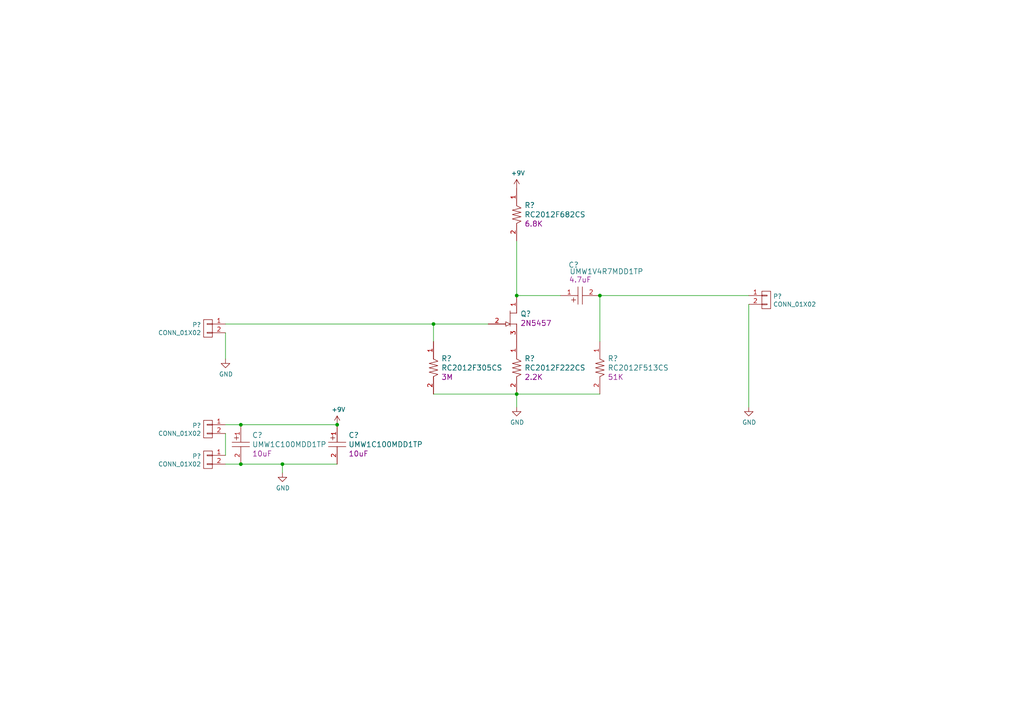
<source format=kicad_sch>
(kicad_sch (version 20230121) (generator eeschema)
  (paper "A4")
  (title_block (title "DT JFET Pre") (date "9/13/2016") (rev "0.1a") (company "GhostPCB") (comment 1 "Drawn By: Adam Vadala-Roth"))
  (lib_symbols
    (symbol "DT-JFET-Pre-rescue:+9V" (power) (pin_names (offset 0))
      (property "Value" "+9V" (at 0 3.556 0))
      (symbol "+9V_0_1"
        (polyline (pts (xy -0.762 1.27) (xy 0 2.54)))
        (polyline (pts (xy 0 0) (xy 0 2.54)))
        (polyline (pts (xy 0 2.54) (xy 0.762 1.27)))
      )
      (symbol "+9V_1_1"
        (pin power_in line (at 0 0 90) (length 0) hide (name "+9V") (number "1"))
      )
    )
    (symbol "DT-JFET-Pre-rescue:2N5457" (pin_names (offset 1.016))
      (property "Reference" "Q" (at 2.54 7.62 0))
      (property "Componen-Value" "2N5457" (at 5.08 5.715 0))
      (symbol "2N5457_0_1"
        (polyline (pts (xy -1.905 0) (xy 0 0)))
        (polyline (pts (xy -1.905 3.81) (xy -1.905 -0.635)))
        (polyline (pts (xy 0 3.175) (xy -1.905 3.175)))
        (polyline (pts (xy -3.175 0.635) (xy -3.175 -0.635) (xy -1.905 0) (xy -3.175 0.635)))
      )
      (symbol "2N5457_1_1"
        (pin input line (at 0 8.255 270) (length 5.08) (name "~") (number "1"))
        (pin input line (at -8.255 0 0) (length 5.08) (name "~") (number "2"))
        (pin input line (at 0 -5.08 90) (length 5.08) (name "~") (number "3"))
      )
    )
    (symbol "DT-JFET-Pre-rescue:CONN_01X02" (pin_names (offset 1.016) hide)
      (property "Reference" "P" (at 0 3.81 0))
      (property "Value" "CONN_01X02" (at 2.54 0 90))
      (symbol "CONN_01X02_0_1"
        (rectangle (start -1.27 -1.143) (end 0.254 -1.397))
        (rectangle (start -1.27 1.397) (end 0.254 1.143))
        (rectangle (start -1.27 2.54) (end 1.27 -2.54))
      )
      (symbol "CONN_01X02_1_1"
        (pin passive line (at -5.08 1.27 0) (length 3.81) (name "P1") (number "1"))
        (pin passive line (at -5.08 -1.27 0) (length 3.81) (name "P2") (number "2"))
      )
    )
    (symbol "DT-JFET-Pre-rescue:GND" (power) (pin_names (offset 0))
      (property "Value" "GND" (at 0 -3.81 0))
      (symbol "GND_0_1"
        (polyline (pts (xy 0 0) (xy 0 -1.27) (xy 1.27 -1.27) (xy 0 -2.54) (xy -1.27 -1.27) (xy 0 -1.27)))
      )
      (symbol "GND_1_1"
        (pin power_in line (at 0 0 270) (length 0) hide (name "GND") (number "1"))
      )
    )
    (symbol "DT-JFET-Pre-rescue:RC2012F222CS" (pin_names (offset 1.016))
      (property "Reference" "R" (at -7.62 8.89 0))
      (property "Value" "RC2012F222CS" (at 0 -2.54 0))
      (property "Component-Value" "2.2K" (at -6.985 -6.35 0))
      (symbol "RC2012F222CS_0_1"
        (polyline (pts (xy -2.54 0) (xy -1.905 1.27) (xy -1.27 -1.27) (xy -0.635 1.27) (xy 0 -1.27) (xy 0.635 1.27) (xy 1.27 -1.27) (xy 1.905 1.27) (xy 2.54 0)))
      )
      (symbol "RC2012F222CS_1_1"
        (pin input line (at -7.62 0 0) (length 5.08) (name "~") (number "1"))
        (pin input line (at 7.62 0 180) (length 5.08) (name "~") (number "2"))
      )
    )
    (symbol "DT-JFET-Pre-rescue:RC2012F305CS" (pin_names (offset 1.016))
      (property "Reference" "R" (at -7.62 8.89 0))
      (property "Value" "RC2012F305CS" (at 0 -2.54 0))
      (property "Component-Value" "3M" (at -6.985 -6.35 0))
      (symbol "RC2012F305CS_0_1"
        (polyline (pts (xy -2.54 0) (xy -1.905 1.27) (xy -1.27 -1.27) (xy -0.635 1.27) (xy 0 -1.27) (xy 0.635 1.27) (xy 1.27 -1.27) (xy 1.905 1.27) (xy 2.54 0)))
      )
      (symbol "RC2012F305CS_1_1"
        (pin input line (at -7.62 0 0) (length 5.08) (name "~") (number "1"))
        (pin input line (at 7.62 0 180) (length 5.08) (name "~") (number "2"))
      )
    )
    (symbol "DT-JFET-Pre-rescue:RC2012F513CS" (pin_names (offset 1.016))
      (property "Reference" "R" (at -7.62 8.89 0))
      (property "Value" "RC2012F513CS" (at 0 -2.54 0))
      (property "Component-Value" "51K" (at -6.985 -6.35 0))
      (symbol "RC2012F513CS_0_1"
        (polyline (pts (xy -2.54 0) (xy -1.905 1.27) (xy -1.27 -1.27) (xy -0.635 1.27) (xy 0 -1.27) (xy 0.635 1.27) (xy 1.27 -1.27) (xy 1.905 1.27) (xy 2.54 0)))
      )
      (symbol "RC2012F513CS_1_1"
        (pin input line (at -7.62 0 0) (length 5.08) (name "~") (number "1"))
        (pin input line (at 7.62 0 180) (length 5.08) (name "~") (number "2"))
      )
    )
    (symbol "DT-JFET-Pre-rescue:RC2012F682CS" (pin_names (offset 1.016))
      (property "Reference" "R" (at -7.62 8.89 0))
      (property "Value" "RC2012F682CS" (at 0 -2.54 0))
      (property "Component-Value" "6.8K" (at -6.985 -6.35 0))
      (symbol "RC2012F682CS_0_1"
        (polyline (pts (xy -2.54 0) (xy -1.905 1.27) (xy -1.27 -1.27) (xy -0.635 1.27) (xy 0 -1.27) (xy 0.635 1.27) (xy 1.27 -1.27) (xy 1.905 1.27) (xy 2.54 0)))
      )
      (symbol "RC2012F682CS_1_1"
        (pin input line (at -7.62 0 0) (length 5.08) (name "~") (number "1"))
        (pin input line (at 7.62 0 180) (length 5.08) (name "~") (number "2"))
      )
    )
    (symbol "DT-JFET-Pre-rescue:UMW1C100MDD1TP" (pin_names (offset 1.016))
      (property "Reference" "C" (at -17.145 -1.27 0))
      (property "Value" "UMW1C100MDD1TP" (at -7.62 -3.81 0))
      (property "Componen-Value" "10uF" (at -16.51 -6.35 0))
      (symbol "UMW1C100MDD1TP_0_1"
        (polyline (pts (xy -2.54 -1.27) (xy -1.27 -1.27)))
        (polyline (pts (xy -1.905 -0.635) (xy -1.905 -1.905)))
        (polyline (pts (xy -0.635 2.54) (xy -0.635 -2.54)))
        (polyline (pts (xy 0.635 2.54) (xy 0.635 -2.54)))
      )
      (symbol "UMW1C100MDD1TP_1_1"
        (pin input line (at -5.715 0 0) (length 5.08) (name "~") (number "1"))
        (pin input line (at 5.715 0 180) (length 5.08) (name "~") (number "2"))
      )
    )
    (symbol "DT-JFET-Pre-rescue:UMW1V4R7MDD1TP" (pin_names (offset 1.016))
      (property "Reference" "C" (at -17.145 -1.27 0))
      (property "Value" "UMW1V4R7MDD1TP" (at -7.62 -3.81 0))
      (property "Componen-Value" "4.7uF" (at -16.51 -6.35 0))
      (symbol "UMW1V4R7MDD1TP_0_1"
        (polyline (pts (xy -2.54 -1.27) (xy -1.27 -1.27)))
        (polyline (pts (xy -1.905 -0.635) (xy -1.905 -1.905)))
        (polyline (pts (xy -0.635 2.54) (xy -0.635 -2.54)))
        (polyline (pts (xy 0.635 2.54) (xy 0.635 -2.54)))
      )
      (symbol "UMW1V4R7MDD1TP_1_1"
        (pin input line (at -5.715 0 0) (length 5.08) (name "~") (number "1"))
        (pin input line (at 5.715 0 180) (length 5.08) (name "~") (number "2"))
      )
    )
  )
  (junction (at 149.86 85.725))
  (junction (at 173.99 85.725))
  (junction (at 97.79 123.19))
  (junction (at 149.86 114.3))
  (junction (at 81.915 134.62))
  (junction (at 125.73 93.98))
  (junction (at 69.85 123.19))
  (junction (at 69.85 134.62))
  (wire (pts (xy 125.73 114.3) (xy 149.86 114.3)))
  (wire (pts (xy 81.915 134.62) (xy 97.79 134.62)))
  (wire (pts (xy 149.86 114.3) (xy 173.99 114.3)))
  (wire (pts (xy 65.405 123.19) (xy 69.85 123.19)))
  (wire (pts (xy 69.85 134.62) (xy 81.915 134.62)))
  (wire (pts (xy 65.405 96.52) (xy 65.405 104.14)))
  (wire (pts (xy 173.99 85.725) (xy 173.99 99.06)))
  (wire (pts (xy 149.86 69.85) (xy 149.86 85.725)))
  (wire (pts (xy 173.99 85.725) (xy 217.17 85.725)))
  (wire (pts (xy 149.86 118.11) (xy 149.86 114.3)))
  (wire (pts (xy 65.405 125.73) (xy 65.405 132.08)))
  (wire (pts (xy 125.73 99.06) (xy 125.73 93.98)))
  (wire (pts (xy 65.405 93.98) (xy 125.73 93.98)))
  (wire (pts (xy 65.405 134.62) (xy 69.85 134.62)))
  (wire (pts (xy 149.86 85.725) (xy 162.56 85.725)))
  (wire (pts (xy 69.85 123.19) (xy 97.79 123.19)))
  (wire (pts (xy 81.915 137.16) (xy 81.915 134.62)))
  (wire (pts (xy 217.17 118.11) (xy 217.17 88.265)))
  (wire (pts (xy 125.73 93.98) (xy 141.605 93.98)))
  (symbol (lib_id "DT-JFET-Pre-rescue:RC2012F222CS") (at 149.86 106.68 270) (unit 1)
    (property "Reference" "R?" (at 152.0952 103.9876 90) (effects (font (size 1.524 1.524)) (justify left)))
    (property "Value" "RC2012F222CS" (at 152.0952 106.68 90) (effects (font (size 1.524 1.524)) (justify left)))
    (property "Footprint" "AudioLibFootprints:R0805" (effects hide))
    (property "Datasheet" "https://media.digikey.com/pdf/Data%20Sheets/Samsung%20PDFs/RC_Series_ds.pdf" (effects hide))
    (property "Cost" "0.00266 @ 5000" (effects hide))
    (property "Date Created" "13 Sept 2016" (effects hide))
    (property "Date Modified" "13 Sept 2016" (effects hide))
    (property "Designer" "Adam Vadala-Roth" (effects hide))
    (property "Height" "0.55mm" (effects hide))
    (property "RHoS?" "Yes" (effects hide))
    (property "MFR" "Samsung Electro-Mechanics America, Inc." (effects hide))
    (property "MFR#" "RC2012F222CS" (effects hide))
    (property "Mounting" "SMT/SMD" (effects hide))
    (property "Pin Count#" "2" (effects hide))
    (property "Status" "Active" (effects hide))
    (property "Tolerance" "1%" (effects hide))
    (property "Type" "0805 Resistor" (effects hide))
    (property "Voltage" "N/A" (effects hide))
    (property "Wattage" "1/8" (effects hide))
    (property "Component-Value" "2.2K" (at 152.0952 109.3724 90) (effects (font (size 1.524 1.524)) (justify left)))
    (property "Description" "RES SMD 2.2K OHM 1% 1/8W 0805" (effects hide))
  )
  (symbol (lib_id "DT-JFET-Pre-rescue:2N5457") (at 149.86 93.98 0) (unit 1)
    (property "Reference" "Q?" (at 150.9014 91.0336 0) (effects (font (size 1.524 1.524)) (justify left)))
    (property "Value" "2N5457" (effects hide))
    (property "Footprint" "AudioLibFootprints:2N5457" (effects hide))
    (property "Datasheet" "https://www.centralsemi.com/get_document.php?cmp=1&mergetype=pd&mergepath=pd&pdf_id=2N5457-5459.PDF" (effects hide))
    (property "Cost" "1.05300 @ 1000" (effects hide))
    (property "Date Created" "13 Sept 2016" (effects hide))
    (property "Date Modifed" "13 Sept 2016" (effects hide))
    (property "Designer" "Adam Vadala-Roth" (effects hide))
    (property "Height" "6mm" (effects hide))
    (property "RHoS?" "Yes" (effects hide))
    (property "MFR" "Central Semiconductor Corp" (effects hide))
    (property "MFR#" "2N5457" (effects hide))
    (property "Mounting" "Through Hole" (effects hide))
    (property "Pin Count#" "3" (effects hide))
    (property "Status" "Active" (effects hide))
    (property "Tolerance" "N/A" (effects hide))
    (property "Type" "JFET" (effects hide))
    (property "Voltage" "25V" (effects hide))
    (property "Wattage" "N/A" (effects hide))
    (property "Componen-Value" "2N5457" (at 150.9014 93.726 0) (effects (font (size 1.524 1.524)) (justify left)))
    (property "Description" "JFET N-Channel 25V 1mA @ 15V 310mW Through Hole TO-92" (effects hide))
  )
  (symbol (lib_id "DT-JFET-Pre-rescue:RC2012F305CS") (at 125.73 106.68 270) (unit 1)
    (property "Reference" "R?" (at 127.9652 103.9876 90) (effects (font (size 1.524 1.524)) (justify left)))
    (property "Value" "RC2012F305CS" (at 127.9652 106.68 90) (effects (font (size 1.524 1.524)) (justify left)))
    (property "Footprint" "AudioLibFootprints:R0805" (effects hide))
    (property "Datasheet" "https://media.digikey.com/pdf/Data%20Sheets/Samsung%20PDFs/RC_Series_ds.pdf" (effects hide))
    (property "Cost" "0.00266 @ 5000" (effects hide))
    (property "Date Created" "13 Sept 2016" (effects hide))
    (property "Date Modified" "13 Sept 2016" (effects hide))
    (property "Designer" "Adam Vadala-Roth" (effects hide))
    (property "Height" "0.55mm" (effects hide))
    (property "RHoS?" "Yes" (effects hide))
    (property "MFR" "Samsung Electro-Mechanics America, Inc." (effects hide))
    (property "MFR#" "RC2012F305CS" (effects hide))
    (property "Mounting" "SMT/SMD" (effects hide))
    (property "Pin Count#" "2" (effects hide))
    (property "Status" "Active" (effects hide))
    (property "Tolerance" "1%" (effects hide))
    (property "Type" "0805 Resistor" (effects hide))
    (property "Voltage" "N/A" (effects hide))
    (property "Wattage" "1/8" (effects hide))
    (property "Component-Value" "3M" (at 127.9652 109.3724 90) (effects (font (size 1.524 1.524)) (justify left)))
    (property "Description" "RES SMD 3M OHM 1% 1/8W 0805" (effects hide))
  )
  (symbol (lib_id "DT-JFET-Pre-rescue:RC2012F513CS") (at 173.99 106.68 270) (unit 1)
    (property "Reference" "R?" (at 176.2252 103.9876 90) (effects (font (size 1.524 1.524)) (justify left)))
    (property "Value" "RC2012F513CS" (at 176.2252 106.68 90) (effects (font (size 1.524 1.524)) (justify left)))
    (property "Footprint" "AudioLibFootprints:R0805" (effects hide))
    (property "Datasheet" "https://media.digikey.com/pdf/Data%20Sheets/Samsung%20PDFs/RC_Series_ds.pdf" (effects hide))
    (property "Cost" "0.00266 @ 5000" (effects hide))
    (property "Date Created" "13 Sept 2016" (effects hide))
    (property "Date Modified" "13 Sept 2016" (effects hide))
    (property "Designer" "Adam Vadala-Roth" (effects hide))
    (property "Height" "0.55mm" (effects hide))
    (property "RHoS?" "Yes" (effects hide))
    (property "MFR" "Samsung Electro-Mechanics America, Inc." (effects hide))
    (property "MFR#" "RC2012F513CS" (effects hide))
    (property "Mounting" "SMT/SMD" (effects hide))
    (property "Pin Count#" "2" (effects hide))
    (property "Status" "Active" (effects hide))
    (property "Tolerance" "1%" (effects hide))
    (property "Type" "0805 Resistor" (effects hide))
    (property "Voltage" "N/A" (effects hide))
    (property "Wattage" "1/8" (effects hide))
    (property "Component-Value" "51K" (at 176.2252 109.3724 90) (effects (font (size 1.524 1.524)) (justify left)))
    (property "Description" "RES SMD 51K OHM 1% 1/8W 0805" (effects hide))
  )
  (symbol (lib_id "DT-JFET-Pre-rescue:RC2012F682CS") (at 149.86 62.23 270) (unit 1)
    (property "Reference" "R?" (at 152.0952 59.5376 90) (effects (font (size 1.524 1.524)) (justify left)))
    (property "Value" "RC2012F682CS" (at 152.0952 62.23 90) (effects (font (size 1.524 1.524)) (justify left)))
    (property "Footprint" "AudioLibFootprints:R0805" (effects hide))
    (property "Datasheet" "https://media.digikey.com/pdf/Data%20Sheets/Samsung%20PDFs/RC_Series_ds.pdf" (effects hide))
    (property "Cost" "0.00209 @ 5000" (effects hide))
    (property "Date Created" "13 Sept 2016" (effects hide))
    (property "Date Modified" "13 Sept 2016" (effects hide))
    (property "Designer" "Adam Vadala-Roth" (effects hide))
    (property "Height" "0.55mm" (effects hide))
    (property "RHoS?" "Yes" (effects hide))
    (property "MFR" "Samsung Electro-Mechanics America, Inc." (effects hide))
    (property "MFR#" "RC2012F682CS" (effects hide))
    (property "Mounting" "SMT/SMD" (effects hide))
    (property "Pin Count#" "2" (effects hide))
    (property "Status" "Active" (effects hide))
    (property "Tolerance" "1%" (effects hide))
    (property "Type" "0805 Resistor" (effects hide))
    (property "Voltage" "N/A" (effects hide))
    (property "Wattage" "1/8" (effects hide))
    (property "Component-Value" "6.8K" (at 152.0952 64.9224 90) (effects (font (size 1.524 1.524)) (justify left)))
    (property "Description" "RES SMD 6.8K OHM 1% 1/8W 0805" (effects hide))
  )
  (symbol (lib_id "DT-JFET-Pre-rescue:UMW1C100MDD1TP") (at 69.85 128.905 270) (unit 1)
    (property "Reference" "C?" (at 73.1012 126.2126 90) (effects (font (size 1.524 1.524)) (justify left)))
    (property "Value" "UMW1C100MDD1TP" (at 73.1012 128.905 90) (effects (font (size 1.524 1.524)) (justify left)))
    (property "Footprint" "AudioLibFootprints:UMW1V4R7MDD1TP" (effects hide))
    (property "Datasheet" "http://nichicon-us.com/english/products/pdfs/e-umw.pdf" (effects hide))
    (property "Cost" "0.06901 @ 4000" (effects hide))
    (property "Date Created" "13 Sept 2016" (effects hide))
    (property "Date Modifed" "13 Sept 2016" (effects hide))
    (property "Designer" "Adam Vadala-Roth" (effects hide))
    (property "Height" "6mm" (effects hide))
    (property "RHoS?" "Yes" (effects hide))
    (property "MFR" "Nichicon" (effects hide))
    (property "MFR#" "UMW1C100MDD1TP" (effects hide))
    (property "Mounting" "SMT/SMD" (effects hide))
    (property "Pin Count#" "2" (effects hide))
    (property "Status" "Active" (effects hide))
    (property "Tolerance" "20%" (effects hide))
    (property "Type" "Audio Capacitor" (effects hide))
    (property "Voltage" "16V" (effects hide))
    (property "Wattage" "N/A" (effects hide))
    (property "Componen-Value" "10uF" (at 73.1012 131.5974 90) (effects (font (size 1.524 1.524)) (justify left)))
    (property "Description" "10µF 16V Aluminum Capacitors Radial, Can 1000 Hrs @ 85°C" (effects hide))
  )
  (symbol (lib_id "DT-JFET-Pre-rescue:UMW1V4R7MDD1TP") (at 168.275 85.725 0) (unit 1)
    (property "Reference" "C?" (at 166.37 76.835 0) (effects (font (size 1.524 1.524))))
    (property "Value" "UMW1V4R7MDD1TP" (at 175.895 78.74 0) (effects (font (size 1.524 1.524))))
    (property "Footprint" "AudioLibFootprints:UMW1V4R7MDD1TP" (effects hide))
    (property "Datasheet" "http://nichicon-us.com/english/products/pdfs/e-umw.pdf" (effects hide))
    (property "Cost" "0.06901 @ 4000" (effects hide))
    (property "Date Created" "13 Sept 2016" (effects hide))
    (property "Date Modifed" "13 Sept 2016" (effects hide))
    (property "Designer" "Adam Vadala-Roth" (effects hide))
    (property "Height" "6mm" (effects hide))
    (property "RHoS?" "Yes" (effects hide))
    (property "MFR" "Nichicon" (effects hide))
    (property "MFR#" "UMW1V4R7MDD1TP" (effects hide))
    (property "Mounting" "SMT/SMD" (effects hide))
    (property "Pin Count#" "2" (effects hide))
    (property "Status" "Active" (effects hide))
    (property "Tolerance" "20%" (effects hide))
    (property "Type" "Audio Capacitor" (effects hide))
    (property "Voltage" "16V" (effects hide))
    (property "Wattage" "N/A" (effects hide))
    (property "Componen-Value" "4.7uF" (at 168.275 81.1276 0) (effects (font (size 1.524 1.524))))
    (property "Description" "4.7µF 35V Aluminum Capacitors Radial, Can 1000 Hrs @ 85°C" (effects hide))
  )
  (symbol (lib_id "DT-JFET-Pre-rescue:CONN_01X02") (at 222.25 86.995 0) (unit 1)
    (property "Reference" "P?" (at 224.2312 85.9536 0) (effects (justify left)))
    (property "Value" "CONN_01X02" (at 224.2312 88.265 0) (effects (justify left)))
  )
  (symbol (lib_id "DT-JFET-Pre-rescue:+9V") (at 149.86 54.61 0) (unit 1)
    (property "Reference" "#PWR?" (effects hide))
    (property "Value" "+9V" (at 150.241 50.2158 0))
  )
  (symbol (lib_id "DT-JFET-Pre-rescue:GND") (at 149.86 118.11 0) (unit 1)
    (property "Reference" "#PWR?" (effects hide))
    (property "Value" "GND" (at 149.987 122.5042 0))
  )
  (symbol (lib_id "DT-JFET-Pre-rescue:GND") (at 217.17 118.11 0) (unit 1)
    (property "Reference" "#PWR?" (effects hide))
    (property "Value" "GND" (at 217.297 122.5042 0))
  )
  (symbol (lib_id "DT-JFET-Pre-rescue:CONN_01X02") (at 60.325 95.25 0) (mirror y) (unit 1)
    (property "Reference" "P?" (at 58.3438 94.2086 0) (effects (justify left)))
    (property "Value" "CONN_01X02" (at 58.3438 96.52 0) (effects (justify left)))
  )
  (symbol (lib_id "DT-JFET-Pre-rescue:CONN_01X02") (at 60.325 124.46 0) (mirror y) (unit 1)
    (property "Reference" "P?" (at 58.3438 123.4186 0) (effects (justify left)))
    (property "Value" "CONN_01X02" (at 58.3438 125.73 0) (effects (justify left)))
  )
  (symbol (lib_id "DT-JFET-Pre-rescue:CONN_01X02") (at 60.325 133.35 0) (mirror y) (unit 1)
    (property "Reference" "P?" (at 58.3438 132.3086 0) (effects (justify left)))
    (property "Value" "CONN_01X02" (at 58.3438 134.62 0) (effects (justify left)))
  )
  (symbol (lib_id "DT-JFET-Pre-rescue:UMW1C100MDD1TP") (at 97.79 128.905 270) (unit 1)
    (property "Reference" "C?" (at 101.0412 126.2126 90) (effects (font (size 1.524 1.524)) (justify left)))
    (property "Value" "UMW1C100MDD1TP" (at 101.0412 128.905 90) (effects (font (size 1.524 1.524)) (justify left)))
    (property "Footprint" "AudioLibFootprints:UMW1V4R7MDD1TP" (effects hide))
    (property "Datasheet" "http://nichicon-us.com/english/products/pdfs/e-umw.pdf" (effects hide))
    (property "Cost" "0.06901 @ 4000" (effects hide))
    (property "Date Created" "13 Sept 2016" (effects hide))
    (property "Date Modifed" "13 Sept 2016" (effects hide))
    (property "Designer" "Adam Vadala-Roth" (effects hide))
    (property "Height" "6mm" (effects hide))
    (property "RHoS?" "Yes" (effects hide))
    (property "MFR" "Nichicon" (effects hide))
    (property "MFR#" "UMW1C100MDD1TP" (effects hide))
    (property "Mounting" "SMT/SMD" (effects hide))
    (property "Pin Count#" "2" (effects hide))
    (property "Status" "Active" (effects hide))
    (property "Tolerance" "20%" (effects hide))
    (property "Type" "Audio Capacitor" (effects hide))
    (property "Voltage" "16V" (effects hide))
    (property "Wattage" "N/A" (effects hide))
    (property "Componen-Value" "10uF" (at 101.0412 131.5974 90) (effects (font (size 1.524 1.524)) (justify left)))
    (property "Description" "10µF 16V Aluminum Capacitors Radial, Can 1000 Hrs @ 85°C" (effects hide))
  )
  (symbol (lib_id "DT-JFET-Pre-rescue:GND") (at 81.915 137.16 0) (unit 1)
    (property "Reference" "#PWR?" (effects hide))
    (property "Value" "GND" (at 82.042 141.5542 0))
  )
  (symbol (lib_id "DT-JFET-Pre-rescue:+9V") (at 97.79 123.19 0) (unit 1)
    (property "Reference" "#PWR?" (effects hide))
    (property "Value" "+9V" (at 98.171 118.7958 0))
  )
  (symbol (lib_id "DT-JFET-Pre-rescue:GND") (at 65.405 104.14 0) (unit 1)
    (property "Reference" "#PWR?" (effects hide))
    (property "Value" "GND" (at 65.532 108.5342 0))
  )
)
</source>
